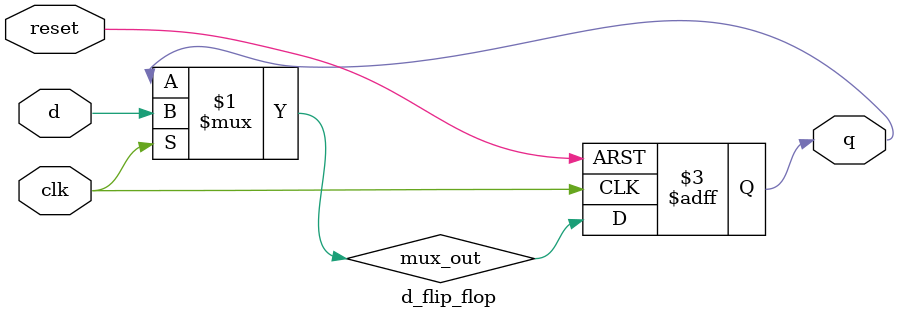
<source format=v>

module d_flip_flop (
    input wire clk,  
    input wire reset,  
    input wire d,  
    output reg q  
);

    // Internal signals
    wire mux_out;

    // 2:1  mux logic clk = 1 output is q; clk = 0 output is d
     assign mux_out = clk ? d: q;

    
    always @(posedge clk or posedge reset) begin
        if (reset) begin
            q <= 1'b0;  
        end else begin
            q <= mux_out;  
        end
    end

endmodule



</source>
